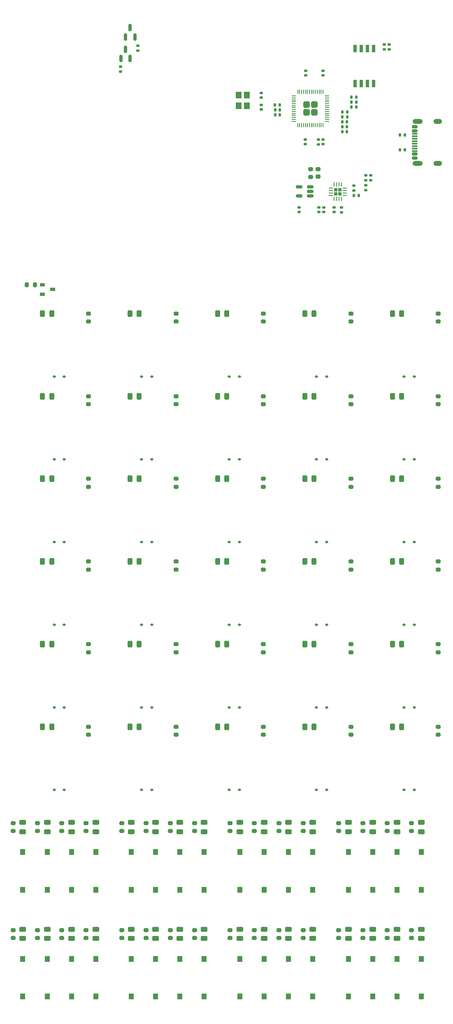
<source format=gbr>
%TF.GenerationSoftware,KiCad,Pcbnew,8.0.7*%
%TF.CreationDate,2024-12-27T14:43:48-05:00*%
%TF.ProjectId,rp2040-programmer-calculator,72703230-3430-42d7-9072-6f6772616d6d,rev?*%
%TF.SameCoordinates,Original*%
%TF.FileFunction,Paste,Top*%
%TF.FilePolarity,Positive*%
%FSLAX46Y46*%
G04 Gerber Fmt 4.6, Leading zero omitted, Abs format (unit mm)*
G04 Created by KiCad (PCBNEW 8.0.7) date 2024-12-27 14:43:48*
%MOMM*%
%LPD*%
G01*
G04 APERTURE LIST*
G04 Aperture macros list*
%AMRoundRect*
0 Rectangle with rounded corners*
0 $1 Rounding radius*
0 $2 $3 $4 $5 $6 $7 $8 $9 X,Y pos of 4 corners*
0 Add a 4 corners polygon primitive as box body*
4,1,4,$2,$3,$4,$5,$6,$7,$8,$9,$2,$3,0*
0 Add four circle primitives for the rounded corners*
1,1,$1+$1,$2,$3*
1,1,$1+$1,$4,$5*
1,1,$1+$1,$6,$7*
1,1,$1+$1,$8,$9*
0 Add four rect primitives between the rounded corners*
20,1,$1+$1,$2,$3,$4,$5,0*
20,1,$1+$1,$4,$5,$6,$7,0*
20,1,$1+$1,$6,$7,$8,$9,0*
20,1,$1+$1,$8,$9,$2,$3,0*%
G04 Aperture macros list end*
%ADD10RoundRect,0.243750X-0.456250X0.243750X-0.456250X-0.243750X0.456250X-0.243750X0.456250X0.243750X0*%
%ADD11RoundRect,0.200000X-0.275000X0.200000X-0.275000X-0.200000X0.275000X-0.200000X0.275000X0.200000X0*%
%ADD12R,1.000000X1.250000*%
%ADD13RoundRect,0.140000X-0.170000X0.140000X-0.170000X-0.140000X0.170000X-0.140000X0.170000X0.140000X0*%
%ADD14RoundRect,0.135000X0.185000X-0.135000X0.185000X0.135000X-0.185000X0.135000X-0.185000X-0.135000X0*%
%ADD15RoundRect,0.150000X0.150000X-0.587500X0.150000X0.587500X-0.150000X0.587500X-0.150000X-0.587500X0*%
%ADD16RoundRect,0.112500X0.187500X0.112500X-0.187500X0.112500X-0.187500X-0.112500X0.187500X-0.112500X0*%
%ADD17RoundRect,0.243750X0.243750X0.456250X-0.243750X0.456250X-0.243750X-0.456250X0.243750X-0.456250X0*%
%ADD18RoundRect,0.140000X0.170000X-0.140000X0.170000X0.140000X-0.170000X0.140000X-0.170000X-0.140000X0*%
%ADD19RoundRect,0.140000X-0.140000X-0.170000X0.140000X-0.170000X0.140000X0.170000X-0.140000X0.170000X0*%
%ADD20RoundRect,0.218750X0.256250X-0.218750X0.256250X0.218750X-0.256250X0.218750X-0.256250X-0.218750X0*%
%ADD21RoundRect,0.135000X0.135000X0.185000X-0.135000X0.185000X-0.135000X-0.185000X0.135000X-0.185000X0*%
%ADD22R,1.100000X0.650000*%
%ADD23RoundRect,0.150000X0.512500X0.150000X-0.512500X0.150000X-0.512500X-0.150000X0.512500X-0.150000X0*%
%ADD24R,0.650000X1.650000*%
%ADD25R,1.200000X1.400000*%
%ADD26RoundRect,0.135000X-0.185000X0.135000X-0.185000X-0.135000X0.185000X-0.135000X0.185000X0.135000X0*%
%ADD27RoundRect,0.249999X-0.395001X0.395001X-0.395001X-0.395001X0.395001X-0.395001X0.395001X0.395001X0*%
%ADD28RoundRect,0.050000X-0.050000X0.387500X-0.050000X-0.387500X0.050000X-0.387500X0.050000X0.387500X0*%
%ADD29RoundRect,0.050000X-0.387500X0.050000X-0.387500X-0.050000X0.387500X-0.050000X0.387500X0.050000X0*%
%ADD30RoundRect,0.182500X0.182500X0.182500X-0.182500X0.182500X-0.182500X-0.182500X0.182500X-0.182500X0*%
%ADD31RoundRect,0.062500X0.350000X0.062500X-0.350000X0.062500X-0.350000X-0.062500X0.350000X-0.062500X0*%
%ADD32RoundRect,0.062500X0.062500X0.350000X-0.062500X0.350000X-0.062500X-0.350000X0.062500X-0.350000X0*%
%ADD33RoundRect,0.135000X-0.135000X-0.185000X0.135000X-0.185000X0.135000X0.185000X-0.135000X0.185000X0*%
%ADD34RoundRect,0.140000X0.140000X0.170000X-0.140000X0.170000X-0.140000X-0.170000X0.140000X-0.170000X0*%
%ADD35RoundRect,0.150000X0.425000X-0.150000X0.425000X0.150000X-0.425000X0.150000X-0.425000X-0.150000X0*%
%ADD36RoundRect,0.075000X0.500000X-0.075000X0.500000X0.075000X-0.500000X0.075000X-0.500000X-0.075000X0*%
%ADD37O,2.100000X1.000000*%
%ADD38O,1.800000X1.000000*%
%ADD39RoundRect,0.200000X0.200000X0.275000X-0.200000X0.275000X-0.200000X-0.275000X0.200000X-0.275000X0*%
G04 APERTURE END LIST*
D10*
%TO.C,D21*%
X104667000Y-190187500D03*
X104667000Y-192062500D03*
%TD*%
D11*
%TO.C,R4*%
X125000000Y-212300000D03*
X125000000Y-213950000D03*
%TD*%
D12*
%TO.C,SW15*%
X50000000Y-218250000D03*
X50000000Y-226000000D03*
%TD*%
%TO.C,SW25*%
X82333000Y-196250000D03*
X82333000Y-204000000D03*
%TD*%
%TO.C,SW18*%
X122000000Y-196250000D03*
X122000000Y-204000000D03*
%TD*%
D13*
%TO.C,C1*%
X94107000Y-40109000D03*
X94107000Y-41069000D03*
%TD*%
D11*
%TO.C,R29*%
X75333000Y-190300001D03*
X75333000Y-191950001D03*
%TD*%
%TO.C,R64*%
X94500000Y-153500000D03*
X94500000Y-155150000D03*
%TD*%
D14*
%TO.C,R76*%
X115544600Y-60092400D03*
X115544600Y-59072400D03*
%TD*%
D15*
%TO.C,Q3*%
X65200000Y-32990000D03*
X67100000Y-32990000D03*
X66150000Y-31115000D03*
%TD*%
D16*
%TO.C,D59*%
X71550000Y-183500000D03*
X69450000Y-183500000D03*
%TD*%
D10*
%TO.C,D4*%
X112000000Y-212187500D03*
X112000000Y-214062500D03*
%TD*%
D11*
%TO.C,R26*%
X92667000Y-190300000D03*
X92667000Y-191950000D03*
%TD*%
D10*
%TO.C,D14*%
X55000000Y-212187501D03*
X55000000Y-214062501D03*
%TD*%
D17*
%TO.C,D80*%
X86937500Y-136500000D03*
X85062500Y-136500000D03*
%TD*%
D18*
%TO.C,C18*%
X113131600Y-60163400D03*
X113131600Y-59203400D03*
%TD*%
D17*
%TO.C,D65*%
X86937500Y-85500000D03*
X85062500Y-85500000D03*
%TD*%
%TO.C,D82*%
X122937500Y-136500000D03*
X121062500Y-136500000D03*
%TD*%
D10*
%TO.C,D24*%
X89667000Y-190187500D03*
X89667000Y-192062500D03*
%TD*%
D12*
%TO.C,SW10*%
X77333000Y-218250000D03*
X77333000Y-226000000D03*
%TD*%
D11*
%TO.C,R51*%
X130500000Y-102500000D03*
X130500000Y-104150000D03*
%TD*%
D16*
%TO.C,D55*%
X89550000Y-166500000D03*
X87450000Y-166500000D03*
%TD*%
D12*
%TO.C,SW27*%
X72333000Y-196250000D03*
X72333000Y-204000000D03*
%TD*%
D19*
%TO.C,C11*%
X110744000Y-46018000D03*
X111704000Y-46018000D03*
%TD*%
%TO.C,C5*%
X112649000Y-40938000D03*
X113609000Y-40938000D03*
%TD*%
D11*
%TO.C,R43*%
X76500000Y-85500000D03*
X76500000Y-87150000D03*
%TD*%
D13*
%TO.C,C19*%
X106908600Y-63648400D03*
X106908600Y-64608400D03*
%TD*%
D11*
%TO.C,R59*%
X94500000Y-136500000D03*
X94500000Y-138150000D03*
%TD*%
D12*
%TO.C,SW13*%
X60000000Y-218250001D03*
X60000000Y-226000001D03*
%TD*%
D20*
%TO.C,D93*%
X105741600Y-57349400D03*
X105741600Y-55774400D03*
%TD*%
D11*
%TO.C,R47*%
X58500000Y-102500000D03*
X58500000Y-104150000D03*
%TD*%
%TO.C,R13*%
X75333000Y-212300001D03*
X75333000Y-213950001D03*
%TD*%
%TO.C,R53*%
X76500000Y-119500000D03*
X76500000Y-121150000D03*
%TD*%
D12*
%TO.C,SW24*%
X89667000Y-196249999D03*
X89667000Y-203999999D03*
%TD*%
D11*
%TO.C,R14*%
X70333000Y-212300001D03*
X70333000Y-213950001D03*
%TD*%
%TO.C,R18*%
X48000000Y-212300001D03*
X48000000Y-213950001D03*
%TD*%
%TO.C,R62*%
X58500000Y-153500000D03*
X58500000Y-155150000D03*
%TD*%
D21*
%TO.C,R37*%
X123618000Y-48740000D03*
X122598000Y-48740000D03*
%TD*%
D13*
%TO.C,C15*%
X106807000Y-49703000D03*
X106807000Y-50663000D03*
%TD*%
D10*
%TO.C,D27*%
X72333000Y-190187501D03*
X72333000Y-192062501D03*
%TD*%
D12*
%TO.C,SW21*%
X104667000Y-196250000D03*
X104667000Y-204000000D03*
%TD*%
D14*
%TO.C,R78*%
X65134000Y-35691000D03*
X65134000Y-34671000D03*
%TD*%
D12*
%TO.C,SW23*%
X94667000Y-196249999D03*
X94667000Y-203999999D03*
%TD*%
D16*
%TO.C,D62*%
X125550000Y-183500000D03*
X123450000Y-183500000D03*
%TD*%
D11*
%TO.C,R56*%
X130500000Y-119500000D03*
X130500000Y-121150000D03*
%TD*%
D10*
%TO.C,D31*%
X50000000Y-190187501D03*
X50000000Y-192062501D03*
%TD*%
D11*
%TO.C,R50*%
X112500000Y-102500000D03*
X112500000Y-104150000D03*
%TD*%
%TO.C,R19*%
X43000000Y-212300001D03*
X43000000Y-213950001D03*
%TD*%
D12*
%TO.C,SW22*%
X99667000Y-196250000D03*
X99667000Y-204000000D03*
%TD*%
D22*
%TO.C,Q2*%
X49000000Y-79580000D03*
X49000000Y-81500000D03*
X51100000Y-80540000D03*
%TD*%
D17*
%TO.C,D76*%
X104937500Y-119500000D03*
X103062500Y-119500000D03*
%TD*%
D16*
%TO.C,D48*%
X53550000Y-149500000D03*
X51450000Y-149500000D03*
%TD*%
D12*
%TO.C,SW16*%
X45000000Y-218250000D03*
X45000000Y-226000000D03*
%TD*%
D17*
%TO.C,D92*%
X122937500Y-170500000D03*
X121062500Y-170500000D03*
%TD*%
%TO.C,D91*%
X104937500Y-170500000D03*
X103062500Y-170500000D03*
%TD*%
D11*
%TO.C,R17*%
X53000000Y-212300001D03*
X53000000Y-213950001D03*
%TD*%
%TO.C,R73*%
X104241600Y-55774400D03*
X104241600Y-57424400D03*
%TD*%
D12*
%TO.C,SW12*%
X67332999Y-218250000D03*
X67332999Y-226000000D03*
%TD*%
D17*
%TO.C,D89*%
X68937500Y-170500000D03*
X67062500Y-170500000D03*
%TD*%
D16*
%TO.C,D53*%
X53550000Y-166500000D03*
X51450000Y-166500000D03*
%TD*%
D23*
%TO.C,U8*%
X104114600Y-61296400D03*
X104114600Y-60346400D03*
X104114600Y-59396400D03*
X101839600Y-59396400D03*
X101839600Y-61296400D03*
%TD*%
D21*
%TO.C,R2*%
X111764000Y-45002000D03*
X110744000Y-45002000D03*
%TD*%
D12*
%TO.C,SW5*%
X104667000Y-218250000D03*
X104667000Y-226000000D03*
%TD*%
D11*
%TO.C,R61*%
X130500000Y-136500000D03*
X130500000Y-138150000D03*
%TD*%
D12*
%TO.C,SW28*%
X67332999Y-196250000D03*
X67332999Y-204000000D03*
%TD*%
D14*
%TO.C,R75*%
X110591600Y-64668400D03*
X110591600Y-63648400D03*
%TD*%
D24*
%TO.C,IC1*%
X117221000Y-30944000D03*
X115951000Y-30944000D03*
X114681000Y-30944000D03*
X113411000Y-30944000D03*
X113411000Y-38144000D03*
X114681000Y-38144000D03*
X115951000Y-38144000D03*
X117221000Y-38144000D03*
%TD*%
D12*
%TO.C,SW1*%
X127000000Y-218250000D03*
X127000000Y-226000000D03*
%TD*%
D17*
%TO.C,D74*%
X68937500Y-119500000D03*
X67062500Y-119500000D03*
%TD*%
D10*
%TO.C,D17*%
X127000000Y-190187501D03*
X127000000Y-192062501D03*
%TD*%
D16*
%TO.C,D43*%
X53550000Y-132500000D03*
X51450000Y-132500000D03*
%TD*%
%TO.C,D41*%
X107550000Y-115500000D03*
X105450000Y-115500000D03*
%TD*%
D11*
%TO.C,R22*%
X115000000Y-190300001D03*
X115000000Y-191950001D03*
%TD*%
D17*
%TO.C,D84*%
X68937500Y-153500000D03*
X67062500Y-153500000D03*
%TD*%
D16*
%TO.C,D52*%
X125550000Y-149500000D03*
X123450000Y-149500000D03*
%TD*%
D12*
%TO.C,SW14*%
X55000000Y-218250001D03*
X55000000Y-226000001D03*
%TD*%
D11*
%TO.C,R63*%
X76500000Y-153500000D03*
X76500000Y-155150000D03*
%TD*%
%TO.C,R58*%
X76500000Y-136500000D03*
X76500000Y-138150000D03*
%TD*%
D14*
%TO.C,R39*%
X120396000Y-31159000D03*
X120396000Y-30139000D03*
%TD*%
D17*
%TO.C,D67*%
X122937500Y-85500000D03*
X121062500Y-85500000D03*
%TD*%
D11*
%TO.C,R60*%
X112500000Y-136500000D03*
X112500000Y-138150000D03*
%TD*%
D10*
%TO.C,D30*%
X55000000Y-190187501D03*
X55000000Y-192062501D03*
%TD*%
D19*
%TO.C,C10*%
X112649000Y-41954000D03*
X113609000Y-41954000D03*
%TD*%
D11*
%TO.C,R31*%
X65333000Y-190300000D03*
X65333000Y-191950000D03*
%TD*%
%TO.C,R25*%
X97667000Y-190300000D03*
X97667000Y-191950000D03*
%TD*%
D19*
%TO.C,C12*%
X110744000Y-47034000D03*
X111704000Y-47034000D03*
%TD*%
D16*
%TO.C,D49*%
X71550000Y-149500000D03*
X69450000Y-149500000D03*
%TD*%
%TO.C,D34*%
X71550000Y-98500000D03*
X69450000Y-98500000D03*
%TD*%
D13*
%TO.C,C4*%
X101828600Y-63648400D03*
X101828600Y-64608400D03*
%TD*%
D11*
%TO.C,R9*%
X97667000Y-212300000D03*
X97667000Y-213950000D03*
%TD*%
D16*
%TO.C,D54*%
X71550000Y-166500000D03*
X69450000Y-166500000D03*
%TD*%
D11*
%TO.C,R7*%
X110000000Y-212300000D03*
X110000000Y-213950000D03*
%TD*%
D17*
%TO.C,D66*%
X104937500Y-85500000D03*
X103062500Y-85500000D03*
%TD*%
D11*
%TO.C,R20*%
X125000000Y-190300001D03*
X125000000Y-191950001D03*
%TD*%
D10*
%TO.C,D28*%
X67333000Y-190187500D03*
X67333000Y-192062500D03*
%TD*%
D25*
%TO.C,Y1*%
X89407000Y-40589000D03*
X89407000Y-42789000D03*
X91107000Y-42789000D03*
X91107000Y-40589000D03*
%TD*%
D16*
%TO.C,D60*%
X89550000Y-183500000D03*
X87450000Y-183500000D03*
%TD*%
D11*
%TO.C,R70*%
X112500000Y-170500000D03*
X112500000Y-172150000D03*
%TD*%
D18*
%TO.C,C13*%
X103177000Y-36493000D03*
X103177000Y-35533000D03*
%TD*%
D11*
%TO.C,R55*%
X112500000Y-119500000D03*
X112500000Y-121150000D03*
%TD*%
D21*
%TO.C,R36*%
X123618000Y-51840000D03*
X122598000Y-51840000D03*
%TD*%
D12*
%TO.C,SW31*%
X50000000Y-196250000D03*
X50000000Y-204000000D03*
%TD*%
D11*
%TO.C,R52*%
X58500000Y-119500000D03*
X58500000Y-121150000D03*
%TD*%
%TO.C,R11*%
X87667000Y-212300000D03*
X87667000Y-213950000D03*
%TD*%
D18*
%TO.C,C2*%
X94107000Y-43549000D03*
X94107000Y-42589000D03*
%TD*%
D17*
%TO.C,D70*%
X86937500Y-102500000D03*
X85062500Y-102500000D03*
%TD*%
D11*
%TO.C,R66*%
X130500000Y-153500000D03*
X130500000Y-155150000D03*
%TD*%
D16*
%TO.C,D40*%
X89550000Y-115500000D03*
X87450000Y-115500000D03*
%TD*%
D17*
%TO.C,D77*%
X122937500Y-119500000D03*
X121062500Y-119500000D03*
%TD*%
%TO.C,D63*%
X50937500Y-85500000D03*
X49062500Y-85500000D03*
%TD*%
D11*
%TO.C,R65*%
X112500000Y-153500000D03*
X112500000Y-155150000D03*
%TD*%
D26*
%TO.C,R40*%
X68690000Y-30353000D03*
X68690000Y-31373000D03*
%TD*%
D10*
%TO.C,D26*%
X77333000Y-190187501D03*
X77333000Y-192062501D03*
%TD*%
D11*
%TO.C,R49*%
X94500000Y-102500000D03*
X94500000Y-104150000D03*
%TD*%
D17*
%TO.C,D69*%
X68937500Y-102500000D03*
X67062500Y-102500000D03*
%TD*%
D27*
%TO.C,U1*%
X104977000Y-42530500D03*
X103377000Y-42530500D03*
X104977000Y-44130500D03*
X103377000Y-44130500D03*
D28*
X106777000Y-39893000D03*
X106377000Y-39893000D03*
X105977000Y-39893000D03*
X105577000Y-39893000D03*
X105177000Y-39893000D03*
X104777000Y-39893000D03*
X104377000Y-39893000D03*
X103977000Y-39893000D03*
X103577000Y-39893000D03*
X103177000Y-39893000D03*
X102777000Y-39893000D03*
X102377000Y-39893000D03*
X101977000Y-39893000D03*
X101577000Y-39893000D03*
D29*
X100739500Y-40730500D03*
X100739500Y-41130500D03*
X100739500Y-41530500D03*
X100739500Y-41930500D03*
X100739500Y-42330500D03*
X100739500Y-42730500D03*
X100739500Y-43130500D03*
X100739500Y-43530500D03*
X100739500Y-43930500D03*
X100739500Y-44330500D03*
X100739500Y-44730500D03*
X100739500Y-45130500D03*
X100739500Y-45530500D03*
X100739500Y-45930500D03*
D28*
X101577000Y-46768000D03*
X101977000Y-46768000D03*
X102377000Y-46768000D03*
X102777000Y-46768000D03*
X103177000Y-46768000D03*
X103577000Y-46768000D03*
X103977000Y-46768000D03*
X104377000Y-46768000D03*
X104777000Y-46768000D03*
X105177000Y-46768000D03*
X105577000Y-46768000D03*
X105977000Y-46768000D03*
X106377000Y-46768000D03*
X106777000Y-46768000D03*
D29*
X107614500Y-45930500D03*
X107614500Y-45530500D03*
X107614500Y-45130500D03*
X107614500Y-44730500D03*
X107614500Y-44330500D03*
X107614500Y-43930500D03*
X107614500Y-43530500D03*
X107614500Y-43130500D03*
X107614500Y-42730500D03*
X107614500Y-42330500D03*
X107614500Y-41930500D03*
X107614500Y-41530500D03*
X107614500Y-41130500D03*
X107614500Y-40730500D03*
%TD*%
D12*
%TO.C,SW20*%
X111999999Y-196250000D03*
X111999999Y-204000000D03*
%TD*%
%TO.C,SW17*%
X127000000Y-196250000D03*
X127000000Y-204000000D03*
%TD*%
D11*
%TO.C,R32*%
X58000000Y-190300001D03*
X58000000Y-191950001D03*
%TD*%
D12*
%TO.C,SW2*%
X122000000Y-218250000D03*
X122000000Y-226000000D03*
%TD*%
D10*
%TO.C,D8*%
X89667000Y-212187500D03*
X89667000Y-214062500D03*
%TD*%
D11*
%TO.C,R68*%
X76500000Y-170500000D03*
X76500000Y-172150000D03*
%TD*%
D16*
%TO.C,D58*%
X53550000Y-183500000D03*
X51450000Y-183500000D03*
%TD*%
D11*
%TO.C,R23*%
X110000000Y-190300000D03*
X110000000Y-191950000D03*
%TD*%
D10*
%TO.C,D19*%
X117000000Y-190187501D03*
X117000000Y-192062501D03*
%TD*%
D14*
%TO.C,R77*%
X115544600Y-58056400D03*
X115544600Y-57036400D03*
%TD*%
D11*
%TO.C,R24*%
X102667000Y-190300000D03*
X102667000Y-191950000D03*
%TD*%
D16*
%TO.C,D33*%
X53550000Y-98500000D03*
X51450000Y-98500000D03*
%TD*%
D11*
%TO.C,R15*%
X65333000Y-212300000D03*
X65333000Y-213950000D03*
%TD*%
D10*
%TO.C,D1*%
X127000000Y-212187500D03*
X127000000Y-214062500D03*
%TD*%
D16*
%TO.C,D47*%
X125550000Y-132500000D03*
X123450000Y-132500000D03*
%TD*%
D30*
%TO.C,U6*%
X110232100Y-60844400D03*
X110232100Y-60004400D03*
X109392100Y-60844400D03*
X109392100Y-60004400D03*
D31*
X111274600Y-61174400D03*
X111274600Y-60674400D03*
X111274600Y-60174400D03*
X111274600Y-59674400D03*
D32*
X110562100Y-58961900D03*
X110062100Y-58961900D03*
X109562100Y-58961900D03*
X109062100Y-58961900D03*
D31*
X108349600Y-59674400D03*
X108349600Y-60174400D03*
X108349600Y-60674400D03*
X108349600Y-61174400D03*
D32*
X109062100Y-61886900D03*
X109562100Y-61886900D03*
X110062100Y-61886900D03*
X110562100Y-61886900D03*
%TD*%
D12*
%TO.C,SW8*%
X89667000Y-218250000D03*
X89667000Y-226000000D03*
%TD*%
D10*
%TO.C,D29*%
X60000000Y-190187501D03*
X60000000Y-192062501D03*
%TD*%
%TO.C,D15*%
X50000000Y-212187501D03*
X50000000Y-214062501D03*
%TD*%
D13*
%TO.C,C16*%
X103124000Y-49703000D03*
X103124000Y-50663000D03*
%TD*%
D12*
%TO.C,SW7*%
X94667000Y-218250000D03*
X94667000Y-226000000D03*
%TD*%
D11*
%TO.C,R5*%
X120000000Y-212300000D03*
X120000000Y-213950000D03*
%TD*%
D21*
%TO.C,R1*%
X111764000Y-43986000D03*
X110744000Y-43986000D03*
%TD*%
D33*
%TO.C,R3*%
X96897000Y-42589000D03*
X97917000Y-42589000D03*
%TD*%
D11*
%TO.C,R8*%
X102667000Y-212300000D03*
X102667000Y-213950000D03*
%TD*%
D10*
%TO.C,D12*%
X67333000Y-212187500D03*
X67333000Y-214062500D03*
%TD*%
D17*
%TO.C,D78*%
X50937500Y-136500000D03*
X49062500Y-136500000D03*
%TD*%
D12*
%TO.C,SW19*%
X117000000Y-196250000D03*
X117000000Y-204000000D03*
%TD*%
D16*
%TO.C,D50*%
X89550000Y-149500000D03*
X87450000Y-149500000D03*
%TD*%
%TO.C,D44*%
X71550000Y-132500000D03*
X69450000Y-132500000D03*
%TD*%
D17*
%TO.C,D83*%
X50937500Y-153500000D03*
X49062500Y-153500000D03*
%TD*%
D13*
%TO.C,C3*%
X105908600Y-63648400D03*
X105908600Y-64608400D03*
%TD*%
D11*
%TO.C,R67*%
X58500000Y-170500000D03*
X58500000Y-172150000D03*
%TD*%
D16*
%TO.C,D37*%
X125550000Y-98500000D03*
X123450000Y-98500000D03*
%TD*%
D17*
%TO.C,D73*%
X50937500Y-119500000D03*
X49062500Y-119500000D03*
%TD*%
D10*
%TO.C,D22*%
X99667000Y-190187500D03*
X99667000Y-192062500D03*
%TD*%
D11*
%TO.C,R71*%
X130500000Y-170500000D03*
X130500000Y-172150000D03*
%TD*%
D18*
%TO.C,C20*%
X116560600Y-58056400D03*
X116560600Y-57096400D03*
%TD*%
D16*
%TO.C,D35*%
X89550000Y-98500000D03*
X87450000Y-98500000D03*
%TD*%
D18*
%TO.C,C14*%
X106807000Y-36493000D03*
X106807000Y-35533000D03*
%TD*%
D10*
%TO.C,D32*%
X45000000Y-190187501D03*
X45000000Y-192062501D03*
%TD*%
D16*
%TO.C,D46*%
X107550000Y-132500000D03*
X105450000Y-132500000D03*
%TD*%
D17*
%TO.C,D81*%
X104937500Y-136500000D03*
X103062500Y-136500000D03*
%TD*%
D16*
%TO.C,D57*%
X125550000Y-166500000D03*
X123450000Y-166500000D03*
%TD*%
D11*
%TO.C,R27*%
X87667000Y-190300000D03*
X87667000Y-191950000D03*
%TD*%
%TO.C,R42*%
X58500000Y-85500000D03*
X58500000Y-87150000D03*
%TD*%
D17*
%TO.C,D64*%
X68937500Y-85500000D03*
X67062500Y-85500000D03*
%TD*%
D16*
%TO.C,D45*%
X89550000Y-132500000D03*
X87450000Y-132500000D03*
%TD*%
D17*
%TO.C,D75*%
X86937500Y-119500000D03*
X85062500Y-119500000D03*
%TD*%
D11*
%TO.C,R44*%
X94500000Y-85500000D03*
X94500000Y-87150000D03*
%TD*%
%TO.C,R30*%
X70333000Y-190300001D03*
X70333000Y-191950001D03*
%TD*%
D26*
%TO.C,R74*%
X105800000Y-49680000D03*
X105800000Y-50700000D03*
%TD*%
D11*
%TO.C,R33*%
X53000000Y-190300001D03*
X53000000Y-191950001D03*
%TD*%
D10*
%TO.C,D13*%
X60000000Y-212187501D03*
X60000000Y-214062501D03*
%TD*%
D12*
%TO.C,SW4*%
X112000000Y-218250000D03*
X112000000Y-226000000D03*
%TD*%
%TO.C,SW30*%
X55000000Y-196250001D03*
X55000000Y-204000001D03*
%TD*%
%TO.C,SW6*%
X99667000Y-218250000D03*
X99667000Y-226000000D03*
%TD*%
D11*
%TO.C,R34*%
X48000000Y-190300001D03*
X48000000Y-191950001D03*
%TD*%
D16*
%TO.C,D51*%
X107550000Y-149500000D03*
X105450000Y-149500000D03*
%TD*%
D19*
%TO.C,C9*%
X110744000Y-48050000D03*
X111704000Y-48050000D03*
%TD*%
%TO.C,C7*%
X112649000Y-42970000D03*
X113609000Y-42970000D03*
%TD*%
D11*
%TO.C,R57*%
X58500000Y-136500000D03*
X58500000Y-138150000D03*
%TD*%
%TO.C,R10*%
X92667000Y-212300000D03*
X92667000Y-213950000D03*
%TD*%
D21*
%TO.C,R72*%
X114151600Y-61235400D03*
X113131600Y-61235400D03*
%TD*%
D17*
%TO.C,D90*%
X86937500Y-170500000D03*
X85062500Y-170500000D03*
%TD*%
D11*
%TO.C,R46*%
X130500000Y-85500000D03*
X130500000Y-87150000D03*
%TD*%
D10*
%TO.C,D11*%
X72333000Y-212187501D03*
X72333000Y-214062501D03*
%TD*%
D17*
%TO.C,D87*%
X122937500Y-153500000D03*
X121062500Y-153500000D03*
%TD*%
D10*
%TO.C,D18*%
X122000000Y-190187501D03*
X122000000Y-192062501D03*
%TD*%
%TO.C,D2*%
X122000000Y-212187500D03*
X122000000Y-214062500D03*
%TD*%
%TO.C,D20*%
X112000000Y-190187500D03*
X112000000Y-192062500D03*
%TD*%
D17*
%TO.C,D86*%
X104937500Y-153500000D03*
X103062500Y-153500000D03*
%TD*%
D12*
%TO.C,SW26*%
X77333000Y-196250000D03*
X77333000Y-204000000D03*
%TD*%
D10*
%TO.C,D16*%
X45000000Y-212187501D03*
X45000000Y-214062501D03*
%TD*%
%TO.C,D9*%
X82333000Y-212187501D03*
X82333000Y-214062501D03*
%TD*%
D12*
%TO.C,SW3*%
X117000000Y-218250000D03*
X117000000Y-226000000D03*
%TD*%
D10*
%TO.C,D23*%
X94667000Y-190187500D03*
X94667000Y-192062500D03*
%TD*%
D17*
%TO.C,D88*%
X50937500Y-170500000D03*
X49062500Y-170500000D03*
%TD*%
%TO.C,D71*%
X104937500Y-102500000D03*
X103062500Y-102500000D03*
%TD*%
D11*
%TO.C,R16*%
X58000000Y-212300001D03*
X58000000Y-213950001D03*
%TD*%
D34*
%TO.C,C8*%
X97917000Y-43605000D03*
X96957000Y-43605000D03*
%TD*%
D17*
%TO.C,D79*%
X68937500Y-136500000D03*
X67062500Y-136500000D03*
%TD*%
D16*
%TO.C,D61*%
X107550000Y-183500000D03*
X105450000Y-183500000D03*
%TD*%
D17*
%TO.C,D85*%
X86937500Y-153500000D03*
X85062500Y-153500000D03*
%TD*%
D14*
%TO.C,R38*%
X119380000Y-31159000D03*
X119380000Y-30139000D03*
%TD*%
D16*
%TO.C,D38*%
X53550000Y-115500000D03*
X51450000Y-115500000D03*
%TD*%
D15*
%TO.C,Q1*%
X66150000Y-28575000D03*
X68050000Y-28575000D03*
X67100000Y-26700000D03*
%TD*%
D11*
%TO.C,R6*%
X115000000Y-212300000D03*
X115000000Y-213950000D03*
%TD*%
D10*
%TO.C,D3*%
X117000000Y-212187500D03*
X117000000Y-214062500D03*
%TD*%
D11*
%TO.C,R54*%
X94500000Y-119500000D03*
X94500000Y-121150000D03*
%TD*%
D17*
%TO.C,D68*%
X50937500Y-102500000D03*
X49062500Y-102500000D03*
%TD*%
D10*
%TO.C,D10*%
X77333000Y-212187501D03*
X77333000Y-214062501D03*
%TD*%
%TO.C,D25*%
X82333000Y-190187501D03*
X82333000Y-192062501D03*
%TD*%
D11*
%TO.C,R48*%
X76500000Y-102500000D03*
X76500000Y-104150000D03*
%TD*%
D12*
%TO.C,SW32*%
X45000000Y-196250000D03*
X45000000Y-204000000D03*
%TD*%
D10*
%TO.C,D5*%
X104667000Y-212187500D03*
X104667000Y-214062500D03*
%TD*%
D11*
%TO.C,R69*%
X94500000Y-170500000D03*
X94500000Y-172150000D03*
%TD*%
D12*
%TO.C,SW29*%
X60000000Y-196250001D03*
X60000000Y-204000001D03*
%TD*%
%TO.C,SW11*%
X72333000Y-218250000D03*
X72333000Y-226000000D03*
%TD*%
%TO.C,SW9*%
X82333000Y-218250000D03*
X82333000Y-226000000D03*
%TD*%
D13*
%TO.C,C17*%
X109067600Y-63648400D03*
X109067600Y-64608400D03*
%TD*%
D16*
%TO.C,D42*%
X125550000Y-115500000D03*
X123450000Y-115500000D03*
%TD*%
D11*
%TO.C,R21*%
X120000000Y-190300001D03*
X120000000Y-191950001D03*
%TD*%
D35*
%TO.C,J1*%
X125663000Y-53490000D03*
X125663000Y-52690000D03*
D36*
X125663000Y-51540000D03*
X125663000Y-50540000D03*
X125663000Y-50040000D03*
X125663000Y-49040000D03*
D35*
X125663000Y-47890000D03*
X125663000Y-47090000D03*
X125663000Y-47090000D03*
X125663000Y-47890000D03*
D36*
X125663000Y-48540000D03*
X125663000Y-49540000D03*
X125663000Y-51040000D03*
X125663000Y-52040000D03*
D35*
X125663000Y-52690000D03*
X125663000Y-53490000D03*
D37*
X126238000Y-54610000D03*
D38*
X130418000Y-54610000D03*
D37*
X126238000Y-45970000D03*
D38*
X130418000Y-45970000D03*
%TD*%
D10*
%TO.C,D6*%
X99667000Y-212187500D03*
X99667000Y-214062500D03*
%TD*%
D16*
%TO.C,D36*%
X107550000Y-98500000D03*
X105450000Y-98500000D03*
%TD*%
D17*
%TO.C,D72*%
X122937500Y-102500000D03*
X121062500Y-102500000D03*
%TD*%
D10*
%TO.C,D7*%
X94667000Y-212187500D03*
X94667000Y-214062500D03*
%TD*%
D39*
%TO.C,R41*%
X47500000Y-79580000D03*
X45850000Y-79580000D03*
%TD*%
D16*
%TO.C,D56*%
X107550000Y-166500000D03*
X105450000Y-166500000D03*
%TD*%
%TO.C,D39*%
X71550000Y-115500000D03*
X69450000Y-115500000D03*
%TD*%
D11*
%TO.C,R28*%
X80333000Y-190300001D03*
X80333000Y-191950001D03*
%TD*%
D34*
%TO.C,C6*%
X97917000Y-44621000D03*
X96957000Y-44621000D03*
%TD*%
D11*
%TO.C,R45*%
X112500000Y-85500000D03*
X112500000Y-87150000D03*
%TD*%
%TO.C,R35*%
X43000000Y-190300001D03*
X43000000Y-191950001D03*
%TD*%
%TO.C,R12*%
X80333000Y-212300001D03*
X80333000Y-213950001D03*
%TD*%
M02*

</source>
